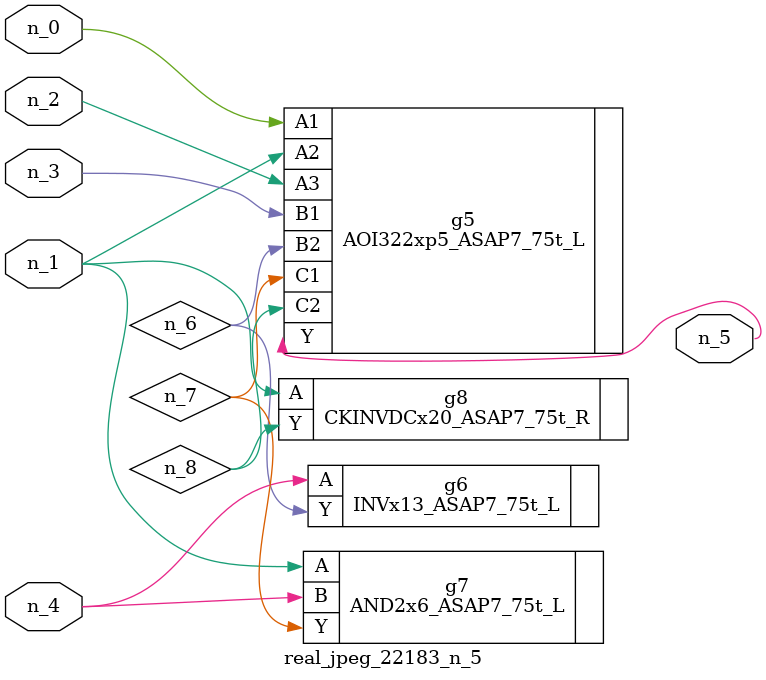
<source format=v>
module real_jpeg_22183_n_5 (n_4, n_0, n_1, n_2, n_3, n_5);

input n_4;
input n_0;
input n_1;
input n_2;
input n_3;

output n_5;

wire n_8;
wire n_6;
wire n_7;

AOI322xp5_ASAP7_75t_L g5 ( 
.A1(n_0),
.A2(n_1),
.A3(n_2),
.B1(n_3),
.B2(n_6),
.C1(n_7),
.C2(n_8),
.Y(n_5)
);

AND2x6_ASAP7_75t_L g7 ( 
.A(n_1),
.B(n_4),
.Y(n_7)
);

CKINVDCx20_ASAP7_75t_R g8 ( 
.A(n_1),
.Y(n_8)
);

INVx13_ASAP7_75t_L g6 ( 
.A(n_4),
.Y(n_6)
);


endmodule
</source>
